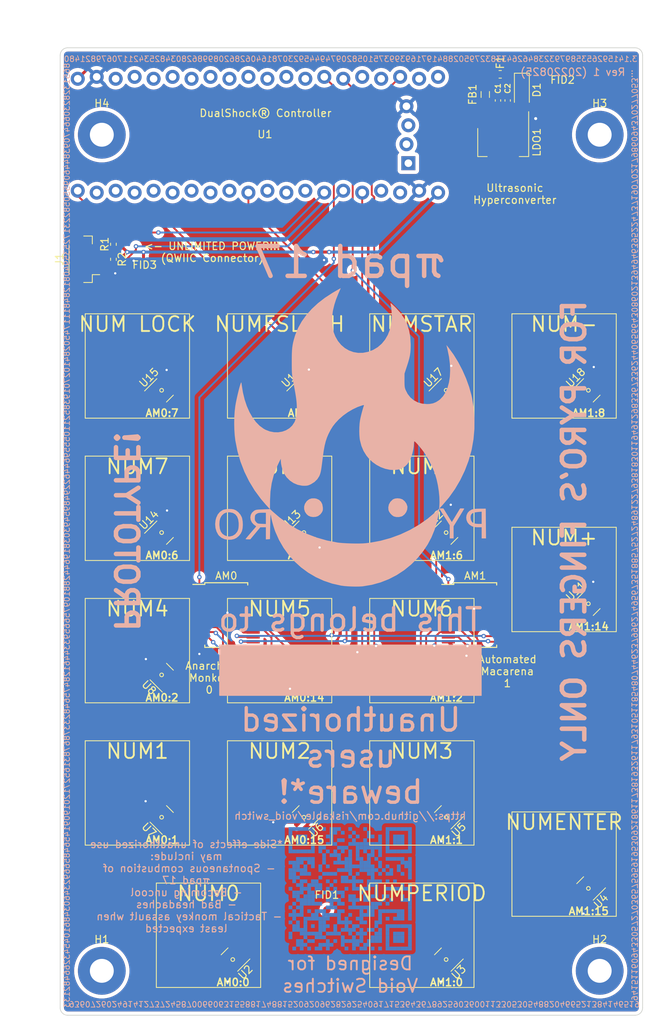
<source format=kicad_pcb>
(kicad_pcb (version 20211014) (generator pcbnew)
  (layers (0 "F.Cu" signal) (31 "B.Cu" signal) (34 "B.Paste" user) (35 "F.Paste" user) (36 "B.SilkS" user "B.Silkscreen") (37 "F.SilkS" user "F.Silkscreen") (38 "B.Mask" user) (39 "F.Mask" user) (44 "Edge.Cuts" user))
  (net 0 "")
  (net 1 "AM0")
  (net 2 "AM0:7")
  (net 3 "AM0:6")
  (net 4 "AM0:2")
  (net 5 "AM0:1")
  (net 6 "AM0:0")
  (net 7 "SELECT0")
  (net 8 "SELECT1")
  (net 9 "GND")
  (net 10 "SELECT3")
  (net 11 "SELECT2")
  (net 12 "+3V3")
  (net 13 "AM1")
  (net 14 "AM1:7")
  (net 15 "AM1:6")
  (net 16 "AM1:2")
  (net 17 "AM1:1")
  (net 18 "AM1:0")
  (net 19 "Net-(C1-Pad1)")
  (net 20 "Net-(D1-Pad1)")
  (net 21 "+5V")
  (net 22 "Net-(F1-Pad2)")
  (net 23 "PB7_SDA1")
  (net 24 "PB6_SCL1")
  (net 25 "+3.3V_QWIIC")
  (net 26 "PB13_SCK2")
  (net 27 "PB14_MISO2")
  (net 28 "PB15_MOSI2")
  (net 29 "PA8_DISP_DATA")
  (net 30 "USART1_TX")
  (net 31 "USART1_RX")
  (net 32 "USB_D-")
  (net 33 "USB_D+")
  (net 34 "PB3_DISP_SCK")
  (net 35 "PB4_DISP_CS")
  (net 36 "RGBLED")
  (net 37 "FLASH_CS")
  (net 42 "NRST")
  (net 43 "AM2")
  (net 44 "AM3")
  (net 45 "AM4")
  (net 46 "PA5_SCK1")
  (net 47 "PA6_MISO1")
  (net 48 "PA7_MOSI1")
  (net 49 "PB0_ADC8")
  (net 50 "PB1_ADC9_BUZZ")
  (net 52 "PWR_SENSE")
  (net 54 "SWD_3.3V")
  (net 55 "SWDIO")
  (net 56 "SWCLK")
  (net 57 "AM0:9")
  (net 58 "AM1:8")
  (net 59 "AM1:15")
  (net 60 "AM1:14")
  (net 61 "AM0:8")
  (net 62 "AM0:15")
  (net 63 "AM0:14")
  (footprint "VoidSwitch:VoidSwitch_1u_SMD" (layer "F.Cu") (at 261.9375 178.59375)
    (fp_text reference "AM0:7")
    (fp_text value "NUM LOCK")
  )
  (footprint "Package_TO_SOT_SMD:SOT-23" (layer "F.Cu") (at 284.242087 219.952913 -135)
    (fp_text reference "U9")
    (fp_text value "GH39FKSW")
  )
  (footprint "Package_TO_SOT_SMD:SOT-23" (layer "F.Cu") (at 303.292087 181.852913 45)
    (fp_text reference "U17")
    (fp_text value "GH39FKSW")
  )
  (footprint "Package_TO_SOT_SMD:SOT-23" (layer "F.Cu") (at 265.192087 200.902913 45)
    (fp_text reference "U14")
    (fp_text value "GH39FKSW")
  )
  (footprint "VoidSwitch:VoidSwitch_1u_SMD" (layer "F.Cu") (at 300.0375 235.74375)
    (fp_text reference "AM1:1")
    (fp_text value "NUM3")
  )
  (footprint "VoidSwitch:VoidSwitch_2u_SMD" (layer "F.Cu") (at 271.4625 254.79375)
    (fp_text reference "AM0:0")
    (fp_text value "NUM0")
  )
  (footprint "VoidSwitch:VoidSwitch_1u_SMD" (layer "F.Cu") (at 319.0875 178.59375)
    (fp_text reference "AM1:8")
    (fp_text value "NUM-")
  )
  (footprint "VoidSwitch:VoidSwitch_1u_SMD" (layer "F.Cu") (at 261.9375 235.74375)
    (fp_text reference "AM0:1")
    (fp_text value "NUM1")
  )
  (footprint "VoidSwitch:VoidSwitch_1u_SMD" (layer "F.Cu") (at 300.0375 216.69375)
    (fp_text reference "AM1:2")
    (fp_text value "NUM6")
  )
  (footprint "Package_TO_SOT_SMD:SOT-23" (layer "F.Cu") (at 303.292087 258.052913 -135)
    (fp_text reference "U3")
    (fp_text value "GH39FKSW")
  )
  (footprint "Package_TO_SOT_SMD:SOT-23" (layer "F.Cu") (at 284.242087 239.002913 -135)
    (fp_text reference "U6")
    (fp_text value "GH39FKSW")
  )
  (footprint "Package_TO_SOT_SMD:SOT-23" (layer "F.Cu") (at 322.342087 210.427913 45)
    (fp_text reference "U11")
    (fp_text value "GH39FKSW")
  )
  (footprint "VoidSwitch:VoidSwitch_2uv_SMD" (layer "F.Cu") (at 319.0875 207.16875)
    (fp_text reference "AM1:14")
    (fp_text value "NUM+")
  )
  (footprint "Fuse:Fuse_0603_1608Metric" (layer "F.Cu") (at 310.530001 139.550003 180)
    (fp_text reference "F1")
    (fp_text value "500mA")
  )
  (footprint "VoidSwitch:VoidSwitch_1u_SMD" (layer "F.Cu") (at 280.9875 178.59375)
    (fp_text reference "AM0:8")
    (fp_text value "NUMFSLASH")
  )
  (footprint "Package_TO_SOT_SMD:SOT-23" (layer "F.Cu") (at 284.242087 200.902913 45)
    (fp_text reference "U13")
    (fp_text value "GH39FKSW")
  )
  (footprint "Connector_JST:JST_SH_BM04B-SRSS-TB_1x04-1MP_P1.00mm_Vertical" (layer "F.Cu") (at 254.79375 164.30625 90)
    (fp_text reference "J1")
    (fp_text value "QWIIC")
  )
  (footprint "Package_SO:SSOP-24_5.3x8.2mm_P0.65mm" (layer "F.Cu") (at 273.84375 211.93125)
    (fp_text reference "AM0")
    (fp_text value "CD74HC4067SM")
  )
  (footprint "Resistor_SMD:R_0402_1005Metric" (layer "F.Cu") (at 258.73 162.3 90)
    (fp_text reference "R1")
    (fp_text value "2k2")
  )
  (footprint "Resistor_SMD:R_0402_1005Metric" (layer "F.Cu") (at 258.73 164.31 -90)
    (fp_text reference "R2")
    (fp_text value "2k2")
  )
  (footprint "Inductor_SMD:L_0805_2012Metric" (layer "F.Cu") (at 308.53 142.250002 90)
    (fp_text reference "FB1")
    (fp_text value "100 @ 100 MHz")
  )
  (footprint "Package_TO_SOT_SMD:SOT-23" (layer "F.Cu") (at 265.192087 181.852913 45)
    (fp_text reference "U15")
    (fp_text value "GH39FKSW")
  )
  (footprint "MountingHole:MountingHole_3.2mm_M3_Pad" (layer "F.Cu") (at 257.175 147.6375)
    (fp_text reference "H4")
    (fp_text value "MountingHole")
  )
  (footprint "VoidSwitch:VoidSwitch_1u_SMD" (layer "F.Cu") (at 261.9375 216.69375)
    (fp_text reference "AM0:2")
    (fp_text value "NUM4")
  )
  (footprint "Package_SO:SSOP-24_5.3x8.2mm_P0.65mm" (layer "F.Cu") (at 307.18125 211.93125)
    (fp_text reference "AM1")
    (fp_text value "CD74HC4067SM")
  )
  (footprint "Fiducial:Fiducial_1mm_Mask2mm" (layer "F.Cu") (at 318.88 142.3)
    (fp_text reference "FID2")
    (fp_text value "Fiducial")
  )
  (footprint "Capacitor_SMD:C_0402_1005Metric" (layer "F.Cu") (at 311.53 143.05 90)
    (fp_text reference "C2")
    (fp_text value "10u")
  )
  (footprint "Package_TO_SOT_SMD:SOT-23" (layer "F.Cu") (at 303.292087 239.002913 -135)
    (fp_text reference "U5")
    (fp_text value "GH39FKSW")
  )
  (footprint "Package_TO_SOT_SMD:SOT-23" (layer "F.Cu") (at 265.192087 219.952913 135)
    (fp_text reference "U8")
    (fp_text value "GH39FKSW")
  )
  (footprint "Diode_SMD:D_SOD-123" (layer "F.Cu") (at 313.430001 141.650001 -90)
    (fp_text reference "D1")
    (fp_text value "B5819W")
  )
  (footprint "VoidSwitch:VoidSwitch_2uv_SMD" (layer "F.Cu") (at 319.0875 245.26875)
    (fp_text reference "AM1:15")
    (fp_text value "NUMENTER")
  )
  (footprint "VoidSwitch:VoidSwitch_1u_SMD" (layer "F.Cu") (at 300.0375 254.79375)
    (fp_text reference "AM1:0")
    (fp_text value "NUMPERIOD")
  )
  (footprint "MountingHole:MountingHole_3.2mm_M3_Pad" (layer "F.Cu") (at 323.85 147.6375)
    (fp_text reference "H3")
    (fp_text value "MountingHole")
  )
  (footprint "Package_TO_SOT_SMD:SOT-23" (layer "F.Cu") (at 265.192087 239.002913 135)
    (fp_text reference "U7")
    (fp_text value "GH39FKSW")
  )
  (footprint "VoidSwitch:VoidSwitch_1u_SMD" (layer "F.Cu") (at 300.0375 178.59375)
    (fp_text reference "AM1:7")
    (fp_text value "NUMSTAR")
  )
  (footprint "VoidSwitch:VoidSwitch_1u_SMD" (layer "F.Cu") (at 280.9875 235.74375)
    (fp_text reference "AM0:15")
    (fp_text value "NUM2")
  )
  (footprint "Capacitor_SMD:C_0402_1005Metric" (layer "F.Cu") (at 310.23 143.050002 90)
    (fp_text reference "C1")
    (fp_text value "10u")
  )
  (footprint "VoidSwitch:VoidSwitch_1u_SMD" (layer "F.Cu") (at 261.9375 197.64375)
    (fp_text reference "AM0:6")
    (fp_text value "NUM7")
  )
  (footprint "Package_TO_SOT_SMD:SOT-23" (layer "F.Cu") (at 303.292087 219.952913 -135)
    (fp_text reference "U10")
    (fp_text value "GH39FKSW")
  )
  (footprint "Fiducial:Fiducial_1mm_Mask2mm" (layer "F.Cu") (at 262.91 167.07)
    (fp_text reference "FID3")
    (fp_text value "Fiducial")
  )
  (footprint "VoidSwitch:VoidSwitch_1u_SMD" (layer "F.Cu") (at 280.9875 216.69375)
    (fp_text reference "AM0:14")
    (fp_text value "NUM5")
  )
  (footprint "Package_TO_SOT_SMD:SOT-23" (layer "F.Cu") (at 322.342087 248.527913 -135)
    (fp_text reference "U4")
    (fp_text value "GH39FKSW")
  )
  (footprint "Fiducial:Fiducial_1mm_Mask2mm" (layer "F.Cu") (at 287.32 251.4)
    (fp_text reference "FID1")
    (fp_text value "Fiducial")
  )
  (footprint "Package_TO_SOT_SMD:SOT-23" (layer "F.Cu") (at 303.292087 200.902913 45)
    (fp_text reference "U12")
    (fp_text value "GH39FKSW")
  )
  (footprint "Package_TO_SOT_SMD:SOT-23" (layer "F.Cu") (at 284.242087 181.852913 45)
    (fp_text reference "U16")
    (fp_text value "GH39FKSW")
  )
  (footprint "Blackpill:BlackPill_STLINK" (layer "F.Cu") (at 279.05 147.6375 90)
    (fp_text reference "U1")
    (fp_text value "BlackPill_STLINK")
  )
  (footprint "MountingHole:MountingHole_3.2mm_M3_Pad" (layer "F.Cu") (at 257.175 259.55625)
    (fp_text reference "H1")
    (fp_text value "MountingHole")
  )
  (footprint "Package_TO_SOT_SMD:SOT-223-3_TabPin2" (layer "F.Cu") (at 310.93 148.650002 -90)
    (fp_text reference "LDO1")
    (fp_text value "AMS1117-3.3")
  )
  (footprint "Package_TO_SOT_SMD:SOT-23" (layer "F.Cu") (at 322.342087 181.852913 45)
    (fp_text reference "U18")
    (fp_text value "GH39FKSW")
  )
  (footprint "Package_TO_SOT_SMD:SOT-23" (layer "F.Cu") (at 274.72 258.05 -135)
    (fp_text reference "U2")
    (fp_text value "GH39FKSW")
  )
  (footprint "MountingHole:MountingHole_3.2mm_M3_Pad" (layer "F.Cu") (at 323.85 259.55625)
    (fp_text reference "H2")
    (fp_text value "MountingHole")
  )
  (footprint "VoidSwitch:VoidSwitch_1u_SMD" (layer "F.Cu") (at 280.9875 197.64375)
    (fp_text reference "AM0:9")
    (fp_text value "NUM8")
  )
  (footprint "VoidSwitch:VoidSwitch_1u_SMD" (layer "F.Cu") (at 300.0375 197.64375)
    (fp_text reference "AM1:6")
    (fp_text value "NUM9")
  )
  (footprint "void_switch:VoidSwitch_Repo_QR_0.5mm" (layer "B.Cu") (at 290.44 248.57 180)
    (fp_text reference "QR*****" hide)
    (fp_text value "https://github.com/riskable/void_switch")
  )
  (footprint "PyroLogo:PyroLogo" (layer "B.Cu") (at 290.42 188.13 180)
    (fp_text reference "G***" hide)
    (fp_text value "LOGO" hide)
  )
  (gr_poly (pts (xy 307.97 222.67) (xy 272.97 222.67) (xy 272.97 215.96) (xy 307.97 215.96)) (layer "B.SilkS") (width 0.15) (fill solid))
  (gr_arc (start 329.6 264.5) (mid 329.307107 265.207107) (end 328.6 265.5) (layer "Edge.Cuts") (width 0.1))
  (gr_arc (start 328.6 136) (mid 329.307107 136.292893) (end 329.6 137) (layer "Edge.Cuts") (width 0.1))
  (gr_line (start 251.6 137) (end 251.6 264.5) (layer "Edge.Cuts") (width 0.1))
  (gr_line (start 328.6 265.5) (end 252.6 265.5) (layer "Edge.Cuts") (width 0.1))
  (gr_line (start 252.6 136) (end 328.6 136) (layer "Edge.Cuts") (width 0.1))
  (gr_arc (start 251.6 137) (mid 251.892893 136.292893) (end 252.6 136) (layer "Edge.Cuts") (width 0.1))
  (gr_line (start 329.6 137) (end 329.6 264.5) (layer "Edge.Cuts") (width 0.1))
  (gr_arc (start 252.6 265.5) (mid 251.892893 265.207107) (end 251.6 264.5) (layer "Edge.Cuts") (width 0.1))
  (gr_text "Rev 1 (20220825)" (at 320.25 139.25) (layer "B.SilkS") (effects (font (size 1 1)) (justify mirror)))
  (gr_text "*Side effects of unauthorized use\nmay include:\n- Spontaneous combustion of \nπpad 17\n- Becoming uncool\n- Bad headaches\n- Tactical monkey assault when \nleast expected" (at 268.5 248.25) (layer "B.SilkS") (effects (font (size 1 1)) (justify mirror)))
  (gr_text "94151160943305727036575959195309218611738193261179310511854807446237996274956735188575272489122793818301194912983367336244065664308602139494639522473719070217986094370277053..." (at 328.5 201.25 270) (layer "B.SilkS") (effects (font (size 0.75 0.75) (thickness 0.1125)) (justify mirror)))
  (gr_text "865132823066470938446095505822317253594081284811174502841027019385211055596446229489549303819644288109756659334461284756482337867831652712019091456485669234603486104543266482133" (at 252.5 201.25 90) (layer "B.SilkS") (effects (font (size 0.75 0.75) (thickness 0.1125)) (justify mirror)))
  (gr_text "πpad 17" (at 290.44 164.71) (layer "B.SilkS") (effects (font (size 4 4) (thickness 0.6)) (justify mirror)))
  (gr_text "This belongs to" (at 290.47 212.58) (layer "B.SilkS") (effects (font (size 3 3) (thickness 0.45)) (justify mirror)))
  (gr_text "93607260249141273724587006606315588174881520920962829254091715364367892590360011330530548820466521384146519" (at 291 264 180) (layer "B.SilkS") (effects (font (size 0.75 0.75) (thickness 0.1125)) (justify mirror)))
  (gr_text "Unauthorized\nusers\nbeware*!" (at 290.52 230.79) (layer "B.SilkS") (effects (font (size 3 3) (thickness 0.45)) (justify mirror)))
  (gr_text "3.1415926535897932384626433832795028841971693993751058209749445923078164062862089986280348253421170679821480" (at 290.5 137.5) (layer "B.SilkS") (effects (font (size 0.75 0.75) (thickness 0.1125)) (justify mirror)))
  (gr_text "FOR PYRO'S FINGERS ONLY" (at 320.43 200.65 90) (layer "B.SilkS") (effects (font (size 3 3) (thickness 0.6)) (justify mirror)))
  (gr_text "PROTOTYPE!" (at 260.43 200.75 -90) (layer "B.SilkS") (effects (font (size 3 3) (thickness 0.6)) (justify mirror)))
  (gr_text "Automated\nMacarena\n1" (at 311.49 219.47) (layer "F.SilkS") (effects (font (size 1 1))))
  (gr_text "DualShock® Controller" (at 279.1 144.75) (layer "F.SilkS") (effects (font (size 1 1))))
  (gr_text "Ultrasonic\nHyperconverter" (at 312.49 155.57) (layer "F.SilkS") (effects (font (size 1 1))))
  (gr_text "<- UNLIMITED POWER!!!\n(QWIIC Connector)" (at 271.96 163.35) (layer "F.SilkS") (effects (font (size 1 1))))
  (gr_text "Anarchic\nMonkey\n0" (at 271.56 220.34) (layer "F.SilkS") (effects (font (size 1 1))))
  (segment (start 290.8 165.8) (end 290.774311 165.774311) (width 0.25) (layer "F.Cu") (net 1))
  (segment (start 303.58125 207.12875) (end 303.59 207.12) (width 0.25) (layer "F.Cu") (net 1))
  (segment (start 290.774311 165.774311) (end 290.774311 141.408811) (width 0.25) (layer "F.Cu") (net 1))
  (segment (start 290.774311 141.408811) (end 289.51 140.1445) (width 0.25) (layer "F.Cu") (net 1))
  (segment (start 303.58125 208.35625) (end 303.58125 207.12875) (width 0.25) (layer "F.Cu") (net 1))
  (via (at 290.8 165.8) (size 0.6) (drill 0.3) (layers "F.Cu" "B.Cu") (net 1))
  (via (at 303.59 207.12) (size 0.6) (drill 0.3) (layers "F.Cu" "B.Cu") (net 1))
  (segment (start 299.66 203.19) (end 303.59 207.12) (width 0.25) (layer "B.Cu") (net 1))
  (segment (start 290.8 165.8) (end 299.66 174.66) (width 0.25) (layer "B.Cu") (net 1))
  (segment (start 299.66 174.66) (end 299.66 203.19) (width 0.25) (layer "B.Cu") (net 1))
  (segment (start 268.12 186.106651) (end 268.12 207.981522) (width 0.25) (layer "F.Cu") (net 2))
  (segment (start 269.144728 209.00625) (end 270.24375 209.00625) (width 0.25) (layer "F.Cu") (net 2))
  (segment (start 268.12 207.981522) (end 269.144728 209.00625) (width 0.25) (layer "F.Cu") (net 2))
  (segment (start 265.200926 183.187577) (end 268.12 186.106651) (width 0.25) (layer "F.Cu") (net 2))
  (segment (start 268.86625 209.65625) (end 270.24375 209.65625) (width 0.25) (layer "F.Cu") (net 3))
  (segment (start 265.200926 202.237577) (end 265.200926 205.990926) (width 0.25) (layer "F.Cu") (net 3))
  (segment (start 265.200926 205.990926) (end 268.86625 209.65625) (width 0.25) (layer "F.Cu") (net 3))
  (segment (start 266.526751 214.398249) (end 268.66875 212.25625) (width 0.25) (layer "F.Cu") (net 4))
  (segment (start 268.66875 212.25625) (end 270.24375 212.25625) (width 0.25) (layer "F.Cu") (net 4))
  (segment (start 266.526751 219.944074) (end 266.526751 214.398249) (width 0.25) (layer "F.Cu") (net 4))
  (segment (start 266.526751 238.994074) (end 267.522761 237.998064) (width 0.25) (layer "F.Cu") (net 5))
  (segment (start 267.522761 237.998064) (end 267.522761 214.528217) (width 0.25) (layer "F.Cu") (net 5))
  (segment (start 269.144728 212.90625) (end 270.24375 212.90625) (width 0.25) (layer "F.Cu") (net 5))
  (segment (start 267.522761 214.528217) (end 269.144728 212.90625) (width 0.25) (layer "F.Cu") (net 5))
  (segment (start 272.54625 213.55625) (end 270.24375 213.55625) (width 0.25) (layer "F.Cu") (net 6))
  (segment (start 273.4 255.404175) (end 273.4 214.41) (width 0.25) (layer "F.Cu") (net 6))
  (segment (start 273.4 214.41) (end 272.54625 213.55625) (width 0.25) (layer "F.Cu") (net 6))
  (segment (start 274.711161 256.715336) (end 273.4 255.404175) (width 0.25) (layer "F.Cu") (net 6))
  (segment (start 301.88 214.7825) (end 302.45625 214.20625) (width 0.25) (layer "F.Cu") (net 7))
  (segment (start 301.7 216.0345) (end 301.88 215.8545) (width 0.25) (layer "F.Cu") (net 7))
  (segment (start 293.66 215.8355) (end 293.66 155.988507) (width 0.25) (layer "F.Cu") (net 7))
  (segment (start 293.325689 155.654196) (end 293.325689 143.694811) (width 0.25) (layer "F.Cu") (net 7))
  (segment (start 301.88 215.8545) (end 301.88 214.7825) (width 0.25) (layer "F.Cu") (net 7))
  (segment (start 272.313072 214.20625) (end 270.24375 214.20625) (width 0.25) (layer "F.Cu") (net 7))
  (segment (start 293.9 216.0755) (end 293.66 215.8355) (width 0.25) (layer "F.Cu") (net 7))
  (segment (start 293.66 155.988507) (end 293.325689 155.654196) (width 0.25) (layer "F.Cu") (net 7))
  (segment (start 293.325689 143.694811) (end 297.13 139.8905) (width 0.25) (layer "F.Cu") (net 7))
  (segment (start 302.45625 214.20625) (end 303.58125 214.20625) (width 0.25) (layer "F.Cu") (net 7))
  (segment (start 272.438411 214.331589) (end 272.313072 214.20625) (width 0.25) (layer "F.Cu") (net 7))
  (via (at 301.7 216.0345) (size 0.6) (drill 0.3) (layers "F.Cu" "B.Cu") (net 7))
  (via (at 293.9 216.0755) (size 0.6) (drill 0.3) (layers "F.Cu" "B.Cu") (net 7))
  (via (at 272.438411 214.331589) (size 0.6) (drill 0.3) (layers "F.Cu" "B.Cu") (net 7))
  (segment (start 276.068682 216.114511) (end 274.221333 216.114511) (width 0.25) (layer "B.Cu") (net 7))
  (segment (start 274.221333 216.114511) (end 272.438411 214.331589) (width 0.25) (layer "B.Cu") (net 7))
  (segment (start 301.6345 216.1) (end 301.7 216.0345) (width 0.25) (layer "B.Cu") (net 7))
  (segment (start 276.083193 216.1) (end 276.068682 216.114511) (width 0.25) (layer "B.Cu") (net 7))
  (segment (start 293.9 216.0755) (end 293.8755 216.1) (width 0.25) (layer "B.Cu") (net 7))
  (segment (start 293.8755 216.1) (end 276.083193 216.1) (width 0.25) (layer "B.Cu") (net 7))
  (segment (start 293.9 216.0755) (end 293.9245 216.1) (width 0.25) (layer "B.Cu") (net 7))
  (segment (start 293.9245 216.1) (end 301.6345 216.1) (width 0.25) (layer "B.Cu") (net 7))
  (segment (start 306.14 216.09) (end 305.841318 215.791318) (width 0.25) (layer "F.Cu") (net 8))
  (segment (start 304.899443 214.85625) (end 303.58125 214.85625) (width 0.25) (layer "F.Cu") (net 8))
  (segment (start 292.05 216.25) (end 292.05 155.3845) (width 0.25) (layer "F.Cu") (net 8))
  (segment (start 272.09 215.56) (end 271.38625 214.85625) (width 0.25) (layer "F.Cu") (net 8))
  (segment (start 291.4 216.9) (end 292.05 216.25) (width 0.25) (layer "F.Cu") (net 8))
  (segment (start 305.841318 215.791318) (end 305.834511 215.791318) (width 0.25) (layer "F.Cu") (net 8))
  (segment (start 271.38625 214.85625) (end 270.24375 214.85625) (width 0.25) (layer "F.Cu") (net 8))
  (segment (start 305.834511 215.791318) (end 304.899443 214.85625) (width 0.25) (layer "F.Cu") (net 8))
  (via (at 306.14 216.09) (size 0.6) (drill 0.3) (layers "F.Cu" "B.Cu") (net 8))
  (via (at 291.4 216.9) (size 0.6) (drill 0.3) (layers "F.Cu" "B.Cu") (net 8))
  (via (at 272.09 215.56) (size 0.6) (drill 0.3) (layers "F.Cu" "B.Cu") (net 8))
  (segment (start 272.09 215.57) (end 272.09 215.56) (width 0.25) (layer "B.Cu") (net 8))
  (segment (start 273.42 216.9) (end 272.09 215.57) (width 0.25) (layer "B.Cu") (net 8))
  (segment (start 305.33 216.9) (end 306.14 216.09) (width 0.25) (layer "B.Cu") (net 8))
  (segment (start 291.4 216.9) (end 273.42 216.9) (width 0.25) (layer "B.Cu") (net 8))
  (segment (start 291.4 216.9) (end 305.33 216.9) (width 0.25) (layer "B.Cu") (net 8))
  (segment (start 303.955 178.595) (end 303.98 178.57) (width 0.4) (layer "F.Cu") (net 9))
  (segment (start 274 211.61) (end 272.69625 210.30625) (width 0.4) (layer "F.Cu") (net 9))
  (segment (start 311.53 142.569999) (end 311.8375 142.570001) (width 0.4) (layer "F.Cu") (net 9))
  (segment (start 302.629174 258.715826) (end 302.629174 260.999174) (width 0.4) (layer "F.Cu") (net 9))
  (segment (start 265.855 181.19) (end 265.855 179.125) (width 0.4) (layer "F.Cu") (net 9))
  (segment (start 257.792476 165.80625) (end 256.11875 165.80625) (width 0.4) (layer "F.Cu") (net 9))
  (segment (start 312.3175 143.050001) (end 312.3175 144.5875) (width 0.4) (layer "F.Cu") (net 9))
  (segment (start 283.559174 220.615826) (end 282.375 221.8) (width 0.4) (layer "F.Cu") (net 9))
  (segment (start 270.24375 217.13625) (end 270.24 217.14) (width 0.4) (layer "F.Cu") (net 9))
  (segment (start 307.15375 210.95625) (end 307.02 211.09) (width 0.4) (layer "F.Cu") (net 9))
  (segment (start 309.50625 214.20625) (end 307.02 211.72) (width 0.4) (layer "F.Cu") (net 9))
  (segment (start 323.005 207.495) (end 322.99 207.48) (width 0.4) (layer "F.Cu") (net 9))
  (segment (start 274 211.61) (end 274.00375 211.60625) (width 0.4) (layer "F.Cu") (net 9))
  (segment (start 273.99625 211.60625) (end 270.24375 211.60625) (width 0.4) (layer "F.Cu") (net 9))
  (segment (start 306.23625 210.30625) (end 307.02 211.09) (width 0.4) (layer "F.Cu") (net 9))
  (segment (start 306.88625 210.95625) (end 307.02 211.09) (width 0.4) (layer "F.Cu") (net 9))
  (segment (start 272.69625 210.30625) (end 270.24375 210.30625) (width 0.4) (layer "F.Cu") (net 9))
  (segment (start 310.78125 210.30625) (end 307.80375 210.30625) (width 0.4) (layer "F.Cu") (net 9))
  (segment (start 265.855 197.995) (end 265.91 197.94) (width 0.4) (layer "F.Cu") (net 9))
  (segment (start 264.529174 238.34) (end 263.04 236.850826) (width 0.4) (layer "F.Cu") (net 9))
  (segment (start 308.45375 209.65625) (end 307.02 211.09) (width 0.4) (layer "F.Cu") (net 9))
  (segment (start 283.579174 239.665826) (end 280.134174 239.665826) (width 0.4) (layer "F.Cu") (net 9))
  (segment (start 274.00375 211.60625) (end 277.44375 211.60625) (width 0.4) (layer "F.Cu") (net 9))
  (segment (start 321.68 249.191652) (end 321.679174 249.190826) (width 0.4) (layer "F.Cu") (net 9))
  (segment (start 302.629174 239.665826) (end 302.629174 242.229174) (width 0.4) (layer "F.Cu") (net 9))
  (segment (start 323.005 178.785) (end 323.06 178.73) (width 0.4) (layer "F.Cu") (net 9))
  (segment (start 270.24375 215.50625) (end 270.24375 217.13625) (width 0.4) (layer "F.Cu") (net 9))
  (segment (start 308.18625 212.25625) (end 307.02 211.09) (width 0.4) (layer "F.Cu") (net 9))
  (segment (start 303.58125 211.60625) (end 306.50375 211.60625) (width 0.4) (layer "F.Cu") (net 9))
  (segment (start 306.01 217.38) (end 305.455 217.38) (width 0.4) (layer "F.Cu") (net 9))
  (segment (start 258.975 166.18902) (end 258.175246 166.18902) (width 0.4) (layer "F.Cu") (net 9))
  (segment (start 307.02 211.72) (end 307.02 211.09) (width 0.4) (layer "F.Cu") (net 9))
  (segment (start 302.629174 223.009174) (end 302.63 223.01) (width 0.4) (layer "F.Cu") (net 9))
  (segment (start 313.23 145.500002) (end 315.255 145.500002) (width 0.4) (layer "F.Cu") (net 9))
  (segment (start 274.64625 212.25625) (end 277.44375 212.25625) (width 0.4) (layer "F.Cu") (net 9))
  (segment (start 274 211.61) (end 274.64625 212.25625) (width 0.4) (layer "F.Cu") (net 9))
  (segment (start 306.50375 211.60625) (end 307.02 211.09) (width 0.4) (layer "F.Cu") (net 9))
  (segment (start 283.579174 220.615826) (end 283.559174 220.615826) (width 0.4) (layer "F.Cu") (net 9))
  (segment (start 274.65375 210.95625) (end 277.44375 210.95625) (width 0.4) (layer "F.Cu") (net 9))
  (segment (start 286.34 201.675) (end 284.905 200.24) (width 0.4) (layer "F.Cu") (net 9))
  (segment (start 303.955 200.24) (end 303.955 197.215) (width 0.4) (layer "F.Cu") (net 9))
  (segment (start 312.3175 144.5875) (end 313.23 145.5) (width 0.4) (layer "F.Cu") (net 9))
  (segment (start 307.53625 211.60625) (end 307.02 211.09) (width 0.4) (layer "F.Cu") (net 9))
  (segment (start 265.855 200.24) (end 265.855 197.995) (width 0.4) (layer "F.Cu") (net 9))
  (segment (start 277.44375 214.20625) (end 276.16875 214.20625) (width 0.4) (layer "F.Cu") (net 9))
  (segment (start 310.78125 209.65625) (end 308.45375 209.65625) (width 0.4) (layer "F.Cu") (net 9))
  (segment (start 274 211.61) (end 274.65375 210.95625) (width 0.4) (layer "F.Cu") (net 9))
  (segment (start 310.78125 212.25625) (end 308.18625 212.25625) (width 0.4) (layer "F.Cu") (net 9))
  (segment (start 307.80375 210.30625) (end 307.02 211.09) (width 0.4) (layer "F.Cu") (net 9))
  (segment (start 321.68 251.9) (end 321.68 249.191652) (width 0.4) (layer "F.Cu") (net 9))
  (segment (start 311.8375 142.570001) (end 312.3175 143.050001) (width 0.4) (layer "F.Cu") (net 9))
  (segment (start 258.175246 166.18902) (end 257.792476 165.80625) (width 0.4) (layer "F.Cu") (net 9))
  (segment (start 310.78125 210.95625) (end 307.15375 210.95625) (width 0.4) (layer "F.Cu") (net 9))
  (segment (start 303.58125 210.30625) (end 306.23625 210.30625) (width 0.4) (layer "F.Cu") (net 9))
  (segment (start 273.34625 210.95625) (end 270.24375 210.95625) (width 0.4) (layer "F.Cu") (net 9))
  (segment (start 303.955 197.215) (end 303.91 197.17) (width 0.4) (layer "F.Cu") (net 9))
  (segment (start 323.005 181.19) (end 323.005 178.785) (width 0.4) (layer "F.Cu") (net 9))
  (segment (start 275.30375 210.30625) (end 277.44375 210.30625) (width 0.4) (layer "F.Cu") (net 9))
  (segment (start 276.16875 214.20625) (end 274 212.0375) (width 0.4) (layer "F.Cu") (net 9))
  (segment (start 323.005 209.765) (end 323.005 207.495) (width 0.4) (layer "F.Cu") (net 9))
  (segment (start 286.34 202.89) (end 286.34 201.675) (width 0.4) (layer "F.Cu") (net 9))
  (segment (start 303.955 181.19) (end 303.955 178.595) (width 0.4) (layer "F.Cu") (net 9))
  (segment (start 274 211.61) (end 275.30375 210.30625) (width 0.4) (layer "F.Cu") (net 9))
  (segment (start 274 211.61) (end 273.99625 211.60625) (width 0.4) (layer "F.Cu") (net 9))
  (segment (start 310.230001 142.570001) (end 311.53 142.569999) (width 0.4) (layer "F.Cu") (net 9))
  (segment (start 274.057087 258.712913) (end 274.057087 260.997087) (width 0.4) (layer "F.Cu") (net 9))
  (segment (start 274 212.0375) (end 274 211.61) (width 0.4) (layer "F.Cu") (net 9))
  (segment (start 264.529174 219.279174) (end 263.075 217.825) (width 0.4) (layer "F.Cu") (net 9))
  (segment (start 264.529174 219.29) (end 264.529174 219.279174) (width 0.4) (layer "F.Cu") (net 9))
  (segment (start 310.78125 211.60625) (end 307.53625 211.60625) (width 0.4) (layer "F.Cu") (net 9))
  (segment (start 305.455 217.38) (end 303.58125 215.50625) (width 0.4) (layer "F.Cu") (net 9))
  (segment (start 274 211.61) (end 273.34625 210.95625) (width 0.4) (layer "F.Cu") (net 9))
  (segment (start 310.78125 214.20625) (end 309.50625 214.20625) (width 0.4) (layer "F.Cu") (net 9))
  (segment (start 302.629174 220.615826) (end 302.629174 223.009174) (width 0.4) (layer "F.Cu") (net 9))
  (segment (start 315.255 145.500002) (end 315.28 145.475002) (width 0.4) (layer "F.Cu") (net 9))
  (segment (start 284.905 181.19) (end 284.905 179.075) (width 0.4) (layer "F.Cu") (net 9))
  (segment (start 303.58125 210.95625) (end 306.88625 210.95625) (width 0.4) (layer "F.Cu") (net 9))
  (via (at 315.28 145.475002) (size 0.8) (drill 0.4) (layers "F.Cu" "B.Cu") (net 9))
  (via (at 286.34 202.89) (size 0.6) (drill 0.3) (layers "F.Cu" "B.Cu") (net 9))
  (via (at 263.04 236.850826) (size 0.6) (drill 0.3) (layers "F.Cu" "B.Cu") (net 9))
  (via (at 307.02 211.09) (size 0.6) (drill 0.3) (layers "F.Cu" "B.Cu") (net 9))
  (via (at 303.91 197.17) (size 0.6) (drill 0.3) (layers "F.Cu" "B.Cu") (net 9))
  (via (at 282.375 221.8) (size 0.6) (drill 0.3) (layers "F.Cu" "B.Cu") (net 9))
  (via (at 302.63 223.01) (size 0.6) (drill 0.3) (layers "F.Cu" "B.Cu") (net 9))
  (via (at 280.134174 239.665826) (size 0.6) (drill 0.3) (layers "F.Cu" "B.Cu") (net 9))
  (via (at 284.905 179.075) (size 0.6) (drill 0.3) (layers "F.Cu" "B.Cu") (net 9))
  (via (at 265.855 179.125) (size 0.6) (drill 0.3) (layers "F.Cu" "B.Cu") (net 9))
  (via (at 270.24 217.14) (size 0.6) (drill 0.3) (layers "F.Cu" "B.Cu") (net 9))
  (via (at 302.629174 242.229174) (size 0.6) (drill 0.3) (layers "F.Cu" "B.Cu") (net 9))
  (via (at 302.629174 260.999174) (size 0.6) (drill 0.3) (layers "F.Cu" "B.Cu") (net 9))
  (via (at 258.975 166.18902) (size 0.6) (drill 0.3) (layers "F.Cu" "B.Cu") (net 9))
  (via (at 303.98 178.57) (size 0.6) (drill 0.3) (layers "F.Cu" "B.Cu") (net 9))
  (via (at 286.94 164.41) (size 0.6) (drill 0.3) (layers "F.Cu" "B.Cu") (net 9))
  (via (at 322.99 207.48) (size 0.6) (drill 0.3) (layers "F.Cu" "B.Cu") (net 9))
  (via (at 261.44 164.5) (size 0.6) (drill 0.3) (layers "F.Cu" "B.Cu") (net 9))
  (via (at 265.91 197.94) (size 0.6) (drill 0.3) (layers "F.Cu" "B.Cu") (net 9))
  (via (at 274 211.61) (size 0.6) (drill 0.3) (layers "F.Cu" "B.Cu") (net 9))
  (via (at 274.057087 260.997087) (size 0.6) (drill 0.3) (layers "F.Cu" "B.Cu") (net 9))
  (via (at 306.01 217.38) (size 0.6) (drill 0.3) (layers "F.Cu" "B.Cu") (net 9))
  (via (at 321.68 251.9) (size 0.6) (drill 0.3) (layers "F.Cu" "B.Cu") (net 9))
  (via (at 263.075 217.825) (size 0.6) (drill 0.3) (layers "F.Cu" "B.Cu") (net 9))
  (via (at 323.06 178.73) (size 0.6) (drill 0.3) (layers "F.Cu" "B.Cu") (net 9))
  (segment (start 275.82625 215.50625) (end 275.81 215.49) (width 0.25) (layer "F.Cu") (net 10))
  (segment (start 310.78125 215.50625) (end 308.98625 215.50625) (width 0.25) (layer "F.Cu") (net 10))
  (segment (start 276.81 157.31) (end 276.81 155.3845) (width 0.25) (layer "F.Cu") (net 10))
  (segment (start 277.44375 215.50625) (end 275.82625 215.50625) (width 0.25) (layer "F.Cu") (net 10))
  (segment (start 289.72 215.4155) (end 289.95 215.1855) (width 0.25) (layer "F.Cu") (net 10))
  (segment (start 289.95 215.1855) (end 289.95 170.45) (width 0.25) (layer "F.Cu") (net 10))
  (segment (start 308.98625 215.50625) (end 308.9 215.42) (width 0.25) (layer "F.Cu") (net 10))
  (segment (start 289.95 170.45) (end 276.81 157.31) (width 0.25) (layer "F.Cu") (net 10))
  (via (at 275.81 215.49) (size 0.6) (drill 0.3) (layers "F.Cu" "B.Cu") (net 10))
  (via (at 289.72 215.4155) (size 0.6) (drill 0.3) (layers "F.Cu" "B.Cu") (net 10))
  (via (at 308.9 215.42) (size 0.6) (drill 0.3) (layers "F.Cu" "B.Cu") (net 10))
  (segment (start 275.884511 215.415489) (end 275.81 215.49) (width 0.25) (layer "B.Cu") (net 10))
  (segment (start 289.719989 215.415489) (end 275.884511 215.415489) (width 0.25) (layer "B.Cu") (net 10))
  (segment (start 308.89 215.41) (end 308.9 215.42) (width 0.25) (layer "B.Cu") (net 10))
  (segment (start 289.7255 215.41) (end 308.89 215.41) (width 0.25) (layer "B.Cu") (net 10))
  (segment (start 289.72 215.4155) (end 289.719989 215.415489) (width 0.25) (layer "B.Cu") (net 10))
  (segment (start 289.72 215.4155) (end 289.7255 215.41) (width 0.25) (layer "B.Cu") (net 10))
  (segment (start 308.31 214.75) (end 308.315761 214.755761) (width 0.25) (layer "F.Cu") (net 11))
  (segment (start 288.24 214.35) (end 288.24 181.526807) (width 0.25) (layer "F.Cu") (net 11))
  (segment (start 308.315761 214.755761) (end 310.680761 214.755761) (width 0.25) (layer "F.Cu") (net 11))
  (segment (start 256 157.85) (end 253.95 155.8) (width 0.25) (layer "F.Cu") (net 11))
  (segment (start 287.96 214.63) (end 288.24 214.35) (width 0.25) (layer "F.Cu") (net 11))
  (segment (start 277.44375 214.85625) (end 275.39625 214.85625) (width 0.25) (layer "F.Cu") (net 11))
  (segment (start 264.563193 157.85) (end 256 157.85) (width 0.25) (layer "F.Cu") (net 11))
  (segment (start 288.24 181.526807) (end 264.563193 157.85) (width 0.25) (layer "F.Cu") (net 11))
  (segment (start 310.680761 214.755761) (end 310.78125 214.85625) (width 0.25) (layer "F.Cu") (net 11))
  (segment (start 275.39625 214.85625) (end 275.26 214.72) (width 0.25) (layer "F.Cu") (net 11))
  (segment (start 253.95 155.8) (end 253.95 155.1305) (width 0.25) (layer "F.Cu") (net 11))
  (via (at 275.26 214.72) (size 0.6) (drill 0.3) (layers "F.Cu" "B.Cu") (net 11))
  (via (at 287.96 214.63) (size 0.6) (drill 0.3) (layers "F.Cu" "B.Cu") (net 11))
  (via (at 308.31 214.75) (size 0.6) (drill 0.3) (layers "F.Cu" "B.Cu") (net 11))
  (segment (start 308.28 214.72) (end 308.31 214.75) (width 0.25) (layer "B.Cu") (net 11))
  (segment (start 287.87 214.72) (end 275.26 214.72) (width 0.25) (layer "B.Cu") (net 11))
  (segment (start 287.96 214.63) (end 287.87 214.72) (width 0.25) (layer "B.Cu") (net 11))
  (segment (start 288.05 214.72) (end 308.28 214.72) (width 0.25) (layer "B.Cu") (net 11))
  (segment (start 287.96 214.63) (end 288.05 214.72) (width 0.25) (layer "B.Cu") (net 11))
  (segment (start 310.93 144.13) (end 311.53 143.53) (width 0.4) (layer "F.Cu") (net 12))
  (segment (start 310.93 145.500001) (end 310.93 148.725002) (width 0.4) (layer "F.Cu") (net 12))
  (segment (start 310.93 145.500001) (end 310.93 144.13) (width 0.4) (layer "F.Cu") (net 12))
  (segment (start 310.93 148.725002) (end 310.93 151.8) (width 0.4) (layer "F.Cu") (net 12))
  (segment (start 270.24375 208.35625) (end 270.24375 206.85375) (width 0.25) (layer "F.Cu") (net 13))
  (segment (start 288.245689 141.166189) (end 286.97 139.8905) (width 0.25) (layer "F.Cu") (net 13))
  (segment (start 288.25 164.25) (end 288.245689 164.245689) (width 0.25) (layer "F.Cu") (net 13))
  (segment (start 288.245689 164.245689) (end 288.245689 141.166189) (width 0.25) (layer "F.Cu") (net 13))
  (segment (start 270.24375 206.85375) (end 270.24 206.85) (width 0.25) (layer "F.Cu") (net 13))
  (via (at 270.24 206.85) (size 0.6) (drill 0.3) (layers "F.Cu" "B.Cu") (net 13))
  (via (at 288.25 164.25) (size 0.6) (drill 0.3) (layers "F.Cu" "B.Cu") (net 13))
  (segment (start 288.25 164.79) (end 270.24 182.8) (width 0.25) (layer "B.Cu") (net 13))
  (segment (start 288.25 164.25) (end 288.25 164.79) (width 0.25) (layer "B.Cu") (net 13))
  (segment (start 270.24 182.8) (end 270.24 206.85) (width 0.25) (layer "B.Cu") (net 13))
  (segment (start 303.300926 183.187577) (end 306.24 186.126651) (width 0.25) (layer "F.Cu") (net 14))
  (segment (start 304.70625 209.00625) (end 303.58125 209.00625) (width 0.25) (layer "F.Cu") (net 14))
  (segment (start 306.24 186.126651) (end 306.24 207.4725) (width 0.25) (layer "F.Cu") (net 14))
  (segment (start 306.24 207.4725) (end 304.70625 209.00625) (width 0.25) (layer "F.Cu") (net 14))
  (segment (start 302.49625 209.65625) (end 303.58125 209.65625) (width 0.25) (layer "F.Cu") (net 15))
  (segment (start 303.300926 202.237577) (end 301.96 203.578503) (width 0.25) (layer "F.Cu") (net 15))
  (segment (start 301.96 203.578503) (end 301.96 209.12) (width 0.25) (layer "F.Cu") (net 15))
  (segment (start 301.96 209.12) (end 302.49625 209.65625) (width 0.25) (layer "F.Cu") (net 15))
  (segment (start 301.90375 212.25625) (end 303.58125 212.25625) (width 0.25) (layer "F.Cu") (net 16))
  (segment (start 303.283248 237.668249) (end 299.89 234.275001) (width 0.25) (layer "F.Cu") (net 16))
  (segment (start 299.89 234.275001) (end 299.89 214.27) (width 0.25) (layer "F.Cu") (net 16))
  (segment (start 299.89 214.27) (end 301.90375 212.25625) (width 0.25) (layer "F.Cu") (net 16))
  (segment (start 303.283248 218.618249) (end 300.60952 215.944521) (width 0.25) (layer "F.Cu") (net 17))
  (segment (start 300.60952 215.944521) (end 300.60952 214.778958) (width 0.25) (layer "F.Cu") (net 17))
  (segment (start 302.482228 212.90625) (end 303.58125 212.90625) (width 0.25) (layer "F.Cu") (net 17))
  (segment (start 300.60952 214.778958) (end 302.482228 212.90625) (width 0.25) (layer "F.Cu") (net 17))
  (segment (start 306.76 253.241497) (end 306.76 216.353193) (width 0.25) (layer "F.Cu") (net 18))
  (segment (start 303.283248 256.718249) (end 306.76 253.241497) (width 0.25) (layer "F.Cu") (net 18))
  (segment (start 306.764511 216.348682) (end 306.764511 215.444511) (width 0.25) (layer "F.Cu") (net 18))
  (segment (start 306.76 216.353193) (end 306.764511 216.348682) (width 0.25) (layer "F.Cu") (net 18))
  (segment (start 304.87625 213.55625) (end 303.58125 213.55625) (width 0.25) (layer "F.Cu") (net 18))
  (segment (start 306.764511 215.444511) (end 304.87625 213.55625) (width 0.25) (layer "F.Cu") (net 18))
  (segment (start 308.53 143.312502) (end 308.530001 145.4) (width 0.4) (layer "F.Cu") (net 19))
  (segment (start 308.530001 145.4) (end 308.630001 145.5) (width 0.4) (layer "F.Cu") (net 19))
  (segment (start 308.747501 143.530002) (end 308.53 143.312502) (width 0.4) (layer "F.Cu") (net 19))
  (segment (start 310.23 143.530002) (end 308.7475 143.530002) (width 0.25) (layer "F.Cu") (net 19))
  (segment (start 308.7475 143.530002) (end 308.53 143.312502) (width 0.25) (layer "F.Cu") (net 19))
  (segment (start 311.317501 139.550003) (end 311.667501 139.900002) (width 0.4) (layer "F.Cu") (net 20))
  (segment (start 311.667501 139.900002) (end 313.330001 139.900002) (width 0.4) (layer "F.Cu") (net 20))
  (segment (start 313.330001 139.900002) (end 313.430001 140.000001) (width 0.4) (layer "F.Cu") (net 20))
  (segment (start 256.9945 137.1) (end 253.95 140.1445) (width 0.4) (layer "F.Cu") (net 21))
  (segment (start 314.85 138.35) (end 313.6 137.1) (width 0.4) (layer "F.Cu") (net 21))
  (segment (start 313.874999 143.300001) (end 314.85 142.325) (width 0.4) (layer "F.Cu") (net 21))
  (segment (start 314.85 142.325) (end 314.85 138.35) (width 0.4) (layer "F.Cu") (net 21))
  (segment (start 313.430001 143.300001) (end 313.874999 143.300001) (width 0.4) (layer "F.Cu") (net 21))
  (segment (start 313.6 137.1) (end 256.9945 137.1) (width 0.4) (layer "F.Cu") (net 21))
  (segment (start 309.7425 139.975) (end 308.53 141.1875) (width 0.4) (layer "F.Cu") (net 22))
  (segment (start 309.742501 139.550001) (end 309.7425 139.975) (width 0.4) (layer "F.Cu") (net 22))
  (segment (start 257.71625 163.80625) (end 256.11875 163.80625) (width 0.25) (layer "F.Cu") (net 23))
  (segment (start 259.978193 164.82) (end 261.75 163.048193) (width 0.25) (layer "F.Cu") (net 23))
  (segment (start 258.73 164.82) (end 257.71625 163.80625) (width 0.25) (layer "F.Cu") (net 23))
  (segment (start 261.75 163.048193) (end 261.75 162.575) (width 0.25) (layer "F.Cu") (net 23))
  (segment (start 258.73 164.82) (end 259.978193 164.82) (width 0.25) (layer "F.Cu") (net 23))
  (via (at 261.75 162.575) (size 0.6) (drill 0.3) (layers "F.Cu" "B.Cu") (net 23))
  (segment (start 282.0655 162.575) (end 289.51 155.1305) (width 0.25) (layer "B.Cu") (net 23))
  (segment (start 261.75 162.575) (end 282.0655 162.575) (width 0.25) (layer "B.Cu") (net 23))
  (segment (start 257.71375 162.80625) (end 256.11875 162.80625) (width 0.25) (layer "F.Cu") (net 24))
  (segment (start 259.795 160.725) (end 258.73 161.79) (width 0.25) (layer "F.Cu") (net 24))
  (segment (start 258.73 161.79) (end 257.71375 162.80625) (width 0.25) (layer "F.Cu") (net 24))
  (segment (start 264.75 160.725) (end 259.795 160.725) (width 0.25) (layer "F.Cu") (net 24))
  (via (at 264.75 160.725) (size 0.6) (drill 0.3) (layers "F.Cu" "B.Cu") (net 24))
  (segment (start 264.75 160.725) (end 281.6295 160.725) (width 0.25) (layer "B.Cu") (net 24))
  (segment (start 281.6295 160.725) (end 286.97 155.3845) (width 0.25) (layer "B.Cu") (net 24))
  (segment (start 258.323595 165.48952) (end 261.67048 165.48952) (width 0.4) (layer "F.Cu") (net 25))
  (segment (start 287.621189 163.34) (end 285.5 163.34) (width 0.4) (layer "F.Cu") (net 25))
  (segment (start 258.73 163.8) (end 260.115 163.8) (width 0.4) (layer "F.Cu") (net 25))
  (segment (start 261.67048 165.48952) (end 262.76 164.4) (width 0.4) (layer "F.Cu") (net 25))
  (segment (start 262.76 164.4) (end 262.76 163.34) (width 0.4) (layer "F.Cu") (net 25))
  (segment (start 256.11875 164.80625) (end 257.640325 164.80625) (width 0.4) (layer "F.Cu") (net 25))
  (segment (start 260.045 162.81) (end 258.73 162.81) (width 0.4) (layer "F.Cu") (net 25))
  (segment (start 260.115 163.8) (end 260.575 163.34) (width 0.4) (layer "F.Cu") (net 25))
  (segment (start 257.640325 164.80625) (end 258.323595 165.48952) (width 0.4) (layer "F.Cu") (net 25))
  (segment (start 260.575 163.34) (end 260.045 162.81) (width 0.4) (layer "F.Cu") (net 25))
  (via (at 262.76 163.34) (size 0.6) (drill 0.3) (layers "F.Cu" "B.Cu") (net 25))
  (via (at 287.621189 163.34) (size 0.6) (drill 0.3) (layers "F.Cu" "B.Cu") (net 25))
  (via (at 285.5 163.34) (size 0.6) (drill 0.3) (layers "F.Cu" "B.Cu") (net 25))
  (via (at 260.575 163.34) (size 0.6) (drill 0.3) (layers "F.Cu" "B.Cu") (net 25))
  (segment (start 262.76 163.34) (end 285.5 163.34) (width 0.4) (layer "B.Cu") (net 25))
  (segment (start 260.575 163.34) (end 262.76 163.34) (width 0.4) (layer "B.Cu") (net 25))
  (segment (start 294.2545 163.34) (end 302.21 155.3845) (width 0.4) (layer "B.Cu") (net 25))
  (segment (start 287.621189 163.34) (end 294.2545 163.34) (width 0.4) (layer "B.Cu") (net 25))
  (segment (start 284.250926 202.237577) (end 284.250926 204.249074) (width 0.25) (layer "F.Cu") (net 57))
  (segment (start 278.84375 209.65625) (end 277.44375 209.65625) (width 0.25) (layer "F.Cu") (net 57))
  (segment (start 284.250926 204.249074) (end 278.84375 209.65625) (width 0.25) (layer "F.Cu") (net 57))
  (segment (start 322.350926 198.669074) (end 312.01375 209.00625) (width 0.25) (layer "F.Cu") (net 58))
  (segment (start 312.01375 209.00625) (end 310.78125 209.00625) (width 0.25) (layer "F.Cu") (net 58))
  (segment (start 322.350926 183.187577) (end 322.350926 198.669074) (width 0.25) (layer "F.Cu") (net 58))
  (segment (start 311.880272 213.55625) (end 310.78125 213.55625) (width 0.25) (layer "F.Cu") (net 59))
  (segment (start 322.333248 247.193249) (end 322.333248 224.009226) (width 0.25) (layer "F.Cu") (net 59))
  (segment (start 322.333248 224.009226) (end 311.880272 213.55625) (width 0.25) (layer "F.Cu") (net 59))
  (segment (start 321.207253 212.90625) (end 310.78125 212.90625) (width 0.25) (layer "F.Cu") (net 60))
  (segment (start 322.350926 211.762577) (end 321.207253 212.90625) (width 0.25) (layer "F.Cu") (net 60))
  (segment (start 284.250926 183.187577) (end 279.21 188.228503) (width 0.25) (layer "F.Cu") (net 61))
  (segment (start 279.21 188.228503) (end 279.21 208.26) (width 0.25) (layer "F.Cu") (net 61))
  (segment (start 279.21 208.26) (end 278.46375 209.00625) (width 0.25) (layer "F.Cu") (net 61))
  (segment (start 278.46375 209.00625) (end 277.44375 209.00625) (width 0.25) (layer "F.Cu") (net 61))
  (segment (start 284.233248 237.668249) (end 279.9 233.335001) (width 0.25) (layer "F.Cu") (net 62))
  (segment (start 278.49625 213.55625) (end 277.44375 213.55625) (width 0.25) (layer "F.Cu") (net 62))
  (segment (start 279.9 233.335001) (end 279.9 214.96) (width 0.25) (layer "F.Cu") (net 62))
  (segment (start 279.9 214.96) (end 278.49625 213.55625) (width 0.25) (layer "F.Cu") (net 62))
  (segment (start 284.233248 218.618249) (end 284.228249 218.618249) (width 0.25) (layer "F.Cu") (net 63))
  (segment (start 278.51625 212.90625) (end 277.44375 212.90625) (width 0.25) (layer "F.Cu") (net 63))
  (segment (start 284.228249 218.618249) (end 278.51625 212.90625) (width 0.25) (layer "F.Cu") (net 63))
  (zone (net 12) (net_name "+3V3") (layer "F.Cu") (connect_pads (clearance 0.508)) (min_thickness 0.254) (fill yes (thermal_gap 0.508) (thermal_bridge_width 0.508))
    (polygon (pts (xy 330.99375 266.7) (xy 250.03125 266.7) (xy 250.03125 133.35) (xy 330.99375 133.35)))
  )
  (zone (net 9) (net_name "GND") (layer "B.Cu") (connect_pads (clearance 0.508)) (min_thickness 0.254) (fill yes (thermal_gap 0.508) (thermal_bridge_width 0.508))
    (polygon (pts (xy 330.99375 266.7) (xy 250.03125 266.7) (xy 250.03125 133.35) (xy 330.99375 133.35)))
  )
)
</source>
